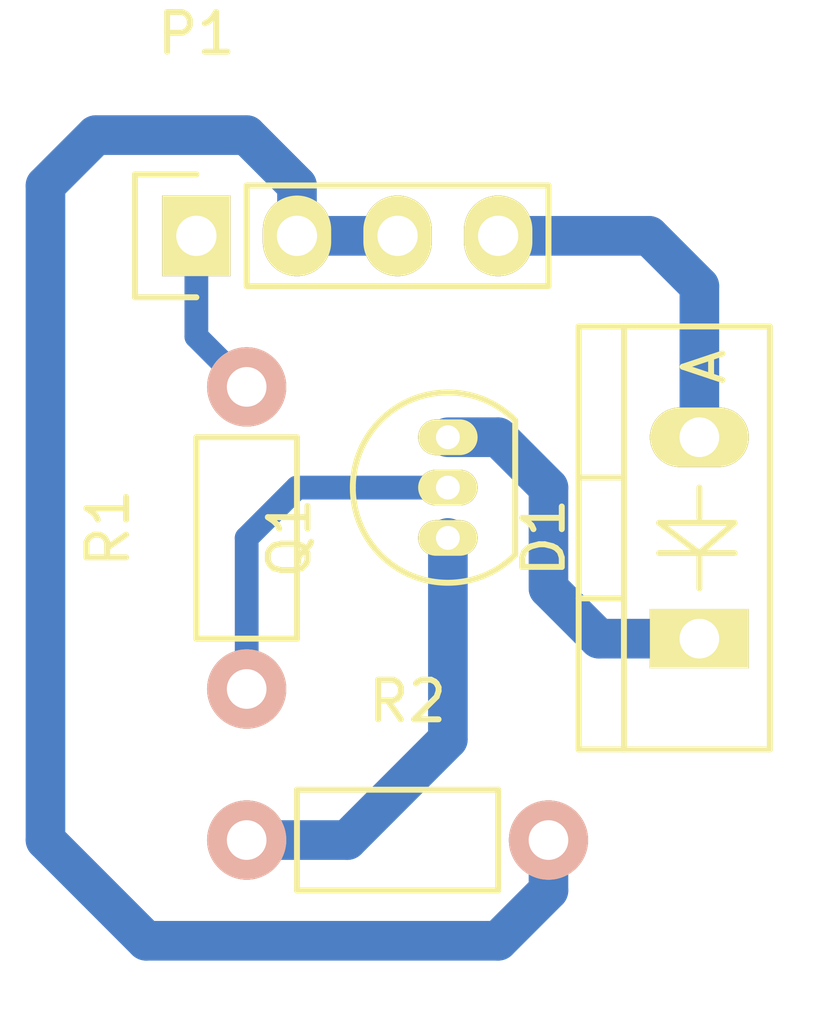
<source format=kicad_pcb>
(kicad_pcb (version 4) (host pcbnew 4.0.2+dfsg1-stable)

  (general
    (links 7)
    (no_connects 0)
    (area 152.321667 92.785 173.9101 119.135)
    (thickness 1.6)
    (drawings 0)
    (tracks 26)
    (zones 0)
    (modules 5)
    (nets 7)
  )

  (page A4)
  (layers
    (0 F.Cu signal)
    (31 B.Cu signal)
    (32 B.Adhes user)
    (33 F.Adhes user)
    (34 B.Paste user)
    (35 F.Paste user)
    (36 B.SilkS user)
    (37 F.SilkS user)
    (38 B.Mask user)
    (39 F.Mask user)
    (40 Dwgs.User user)
    (41 Cmts.User user)
    (42 Eco1.User user)
    (43 Eco2.User user)
    (44 Edge.Cuts user)
    (45 Margin user)
    (46 B.CrtYd user)
    (47 F.CrtYd user)
    (48 B.Fab user)
    (49 F.Fab user)
  )

  (setup
    (last_trace_width 0.6)
    (user_trace_width 0.6)
    (user_trace_width 1)
    (trace_clearance 0.25)
    (zone_clearance 0.508)
    (zone_45_only no)
    (trace_min 0.5)
    (segment_width 0.2)
    (edge_width 0.15)
    (via_size 0.6)
    (via_drill 0.4)
    (via_min_size 0.4)
    (via_min_drill 0.3)
    (uvia_size 0.3)
    (uvia_drill 0.1)
    (uvias_allowed no)
    (uvia_min_size 0.2)
    (uvia_min_drill 0.1)
    (pcb_text_width 0.3)
    (pcb_text_size 1.5 1.5)
    (mod_edge_width 0.15)
    (mod_text_size 1 1)
    (mod_text_width 0.15)
    (pad_size 1.524 1.524)
    (pad_drill 0.762)
    (pad_to_mask_clearance 0.2)
    (aux_axis_origin 0 0)
    (visible_elements FFFFFF7F)
    (pcbplotparams
      (layerselection 0x00030_80000001)
      (usegerberextensions false)
      (excludeedgelayer true)
      (linewidth 0.100000)
      (plotframeref false)
      (viasonmask false)
      (mode 1)
      (useauxorigin false)
      (hpglpennumber 1)
      (hpglpenspeed 20)
      (hpglpendiameter 15)
      (hpglpenoverlay 2)
      (psnegative false)
      (psa4output false)
      (plotreference true)
      (plotvalue true)
      (plotinvisibletext false)
      (padsonsilk false)
      (subtractmaskfromsilk false)
      (outputformat 1)
      (mirror false)
      (drillshape 1)
      (scaleselection 1)
      (outputdirectory ""))
  )

  (net 0 "")
  (net 1 "Net-(D1-Pad1)")
  (net 2 +5V)
  (net 3 GPIO)
  (net 4 GND)
  (net 5 "Net-(Q1-Pad2)")
  (net 6 "Net-(Q1-Pad1)")

  (net_class Default "This is the default net class."
    (clearance 0.25)
    (trace_width 1)
    (via_dia 0.6)
    (via_drill 0.4)
    (uvia_dia 0.3)
    (uvia_drill 0.1)
    (add_net +5V)
    (add_net GND)
    (add_net GPIO)
    (add_net "Net-(D1-Pad1)")
    (add_net "Net-(Q1-Pad1)")
    (add_net "Net-(Q1-Pad2)")
  )

  (module TO_SOT_Packages_THT:TO-92_Inline_Narrow_Oval (layer F.Cu) (tedit 54F24281) (tstamp 598F272F)
    (at 163.83 106.68 90)
    (descr "TO-92 leads in-line, narrow, oval pads, drill 0.6mm (see NXP sot054_po.pdf)")
    (tags "to-92 sc-43 sc-43a sot54 PA33 transistor")
    (path /598F19B4)
    (fp_text reference Q1 (at 0 -4 90) (layer F.SilkS)
      (effects (font (size 1 1) (thickness 0.15)))
    )
    (fp_text value PN2222A (at 0 3 90) (layer F.Fab)
      (effects (font (size 1 1) (thickness 0.15)))
    )
    (fp_line (start -1.4 1.95) (end -1.4 -2.65) (layer F.CrtYd) (width 0.05))
    (fp_line (start -1.4 1.95) (end 3.95 1.95) (layer F.CrtYd) (width 0.05))
    (fp_line (start -0.43 1.7) (end 2.97 1.7) (layer F.SilkS) (width 0.15))
    (fp_arc (start 1.27 0) (end 1.27 -2.4) (angle -135) (layer F.SilkS) (width 0.15))
    (fp_arc (start 1.27 0) (end 1.27 -2.4) (angle 135) (layer F.SilkS) (width 0.15))
    (fp_line (start -1.4 -2.65) (end 3.95 -2.65) (layer F.CrtYd) (width 0.05))
    (fp_line (start 3.95 1.95) (end 3.95 -2.65) (layer F.CrtYd) (width 0.05))
    (pad 2 thru_hole oval (at 1.27 0 270) (size 0.89916 1.50114) (drill 0.6) (layers *.Cu *.Mask F.SilkS)
      (net 5 "Net-(Q1-Pad2)"))
    (pad 3 thru_hole oval (at 2.54 0 270) (size 0.89916 1.50114) (drill 0.6) (layers *.Cu *.Mask F.SilkS)
      (net 1 "Net-(D1-Pad1)"))
    (pad 1 thru_hole oval (at 0 0 270) (size 0.89916 1.50114) (drill 0.6) (layers *.Cu *.Mask F.SilkS)
      (net 6 "Net-(Q1-Pad1)"))
    (model TO_SOT_Packages_THT.3dshapes/TO-92_Inline_Narrow_Oval.wrl
      (at (xyz 0.05 0 0))
      (scale (xyz 1 1 1))
      (rotate (xyz 0 0 -90))
    )
  )

  (module Diodes_ThroughHole:Diode_TO-220_Vertical (layer F.Cu) (tedit 5538AE5F) (tstamp 598F2720)
    (at 170.18 109.22 90)
    (descr "TO-220, Diode, Vertical,")
    (tags "TO-220, Diode, Vertical,")
    (path /598F1BB0)
    (fp_text reference D1 (at 2.54762 -3.92938 90) (layer F.SilkS)
      (effects (font (size 1 1) (thickness 0.15)))
    )
    (fp_text value "Laser diode" (at 2.0701 2.7051 90) (layer F.Fab)
      (effects (font (size 1 1) (thickness 0.15)))
    )
    (fp_text user A (at 6.858 0.127 90) (layer F.SilkS)
      (effects (font (size 1 1) (thickness 0.15)))
    )
    (fp_line (start 2.159 0) (end 1.27 0) (layer F.SilkS) (width 0.15))
    (fp_line (start 3.048 0) (end 3.81 0) (layer F.SilkS) (width 0.15))
    (fp_line (start 2.159 0) (end 2.921 -1.016) (layer F.SilkS) (width 0.15))
    (fp_line (start 2.921 -1.016) (end 2.921 0.889) (layer F.SilkS) (width 0.15))
    (fp_line (start 2.921 0.889) (end 2.159 0) (layer F.SilkS) (width 0.15))
    (fp_line (start 2.159 -1.016) (end 2.159 0.889) (layer F.SilkS) (width 0.15))
    (fp_line (start 1.016 -3.048) (end 1.016 -1.905) (layer F.SilkS) (width 0.15))
    (fp_line (start 4.064 -3.048) (end 4.064 -1.905) (layer F.SilkS) (width 0.15))
    (fp_line (start 7.874 -1.905) (end 7.874 1.778) (layer F.SilkS) (width 0.15))
    (fp_line (start 7.874 1.778) (end -2.794 1.778) (layer F.SilkS) (width 0.15))
    (fp_line (start -2.794 1.778) (end -2.794 -1.905) (layer F.SilkS) (width 0.15))
    (fp_line (start 7.874 -3.048) (end 7.874 -1.905) (layer F.SilkS) (width 0.15))
    (fp_line (start 7.874 -1.905) (end -2.794 -1.905) (layer F.SilkS) (width 0.15))
    (fp_line (start -2.794 -1.905) (end -2.794 -3.048) (layer F.SilkS) (width 0.15))
    (fp_line (start 2.54 -3.048) (end -2.794 -3.048) (layer F.SilkS) (width 0.15))
    (fp_line (start 2.54 -3.048) (end 7.874 -3.048) (layer F.SilkS) (width 0.15))
    (pad 1 thru_hole rect (at 0 0 180) (size 2.49936 1.50114) (drill 1.00076) (layers *.Cu *.Mask F.SilkS)
      (net 1 "Net-(D1-Pad1)"))
    (pad 2 thru_hole oval (at 5.08 0 180) (size 2.49936 1.50114) (drill 1.00076) (layers *.Cu *.Mask F.SilkS)
      (net 2 +5V))
    (model Diodes_ThroughHole.3dshapes/Diode_TO-220_Vertical.wrl
      (at (xyz 0.1 0 0))
      (scale (xyz 0.3937 0.3937 0.3937))
      (rotate (xyz 0 0 0))
    )
  )

  (module Socket_Strips:Socket_Strip_Straight_1x04 (layer F.Cu) (tedit 0) (tstamp 598F2728)
    (at 157.48 99.06)
    (descr "Through hole socket strip")
    (tags "socket strip")
    (path /598F2665)
    (fp_text reference P1 (at 0 -5.1) (layer F.SilkS)
      (effects (font (size 1 1) (thickness 0.15)))
    )
    (fp_text value CONN_01X04 (at 0 -3.1) (layer F.Fab)
      (effects (font (size 1 1) (thickness 0.15)))
    )
    (fp_line (start -1.75 -1.75) (end -1.75 1.75) (layer F.CrtYd) (width 0.05))
    (fp_line (start 9.4 -1.75) (end 9.4 1.75) (layer F.CrtYd) (width 0.05))
    (fp_line (start -1.75 -1.75) (end 9.4 -1.75) (layer F.CrtYd) (width 0.05))
    (fp_line (start -1.75 1.75) (end 9.4 1.75) (layer F.CrtYd) (width 0.05))
    (fp_line (start 1.27 -1.27) (end 8.89 -1.27) (layer F.SilkS) (width 0.15))
    (fp_line (start 1.27 1.27) (end 8.89 1.27) (layer F.SilkS) (width 0.15))
    (fp_line (start -1.55 1.55) (end 0 1.55) (layer F.SilkS) (width 0.15))
    (fp_line (start 8.89 -1.27) (end 8.89 1.27) (layer F.SilkS) (width 0.15))
    (fp_line (start 1.27 1.27) (end 1.27 -1.27) (layer F.SilkS) (width 0.15))
    (fp_line (start 0 -1.55) (end -1.55 -1.55) (layer F.SilkS) (width 0.15))
    (fp_line (start -1.55 -1.55) (end -1.55 1.55) (layer F.SilkS) (width 0.15))
    (pad 1 thru_hole rect (at 0 0) (size 1.7272 2.032) (drill 1.016) (layers *.Cu *.Mask F.SilkS)
      (net 3 GPIO))
    (pad 2 thru_hole oval (at 2.54 0) (size 1.7272 2.032) (drill 1.016) (layers *.Cu *.Mask F.SilkS)
      (net 4 GND))
    (pad 3 thru_hole oval (at 5.08 0) (size 1.7272 2.032) (drill 1.016) (layers *.Cu *.Mask F.SilkS)
      (net 4 GND))
    (pad 4 thru_hole oval (at 7.62 0) (size 1.7272 2.032) (drill 1.016) (layers *.Cu *.Mask F.SilkS)
      (net 2 +5V))
    (model Socket_Strips.3dshapes/Socket_Strip_Straight_1x04.wrl
      (at (xyz 0.15 0 0))
      (scale (xyz 1 1 1))
      (rotate (xyz 0 0 180))
    )
  )

  (module Resistors_ThroughHole:Resistor_Horizontal_RM7mm (layer F.Cu) (tedit 569FCF07) (tstamp 598F2735)
    (at 158.75 110.49 90)
    (descr "Resistor, Axial,  RM 7.62mm, 1/3W,")
    (tags "Resistor Axial RM 7.62mm 1/3W R3")
    (path /598F1A93)
    (fp_text reference R1 (at 4.05892 -3.50012 90) (layer F.SilkS)
      (effects (font (size 1 1) (thickness 0.15)))
    )
    (fp_text value 100 (at 3.81 3.81 90) (layer F.Fab)
      (effects (font (size 1 1) (thickness 0.15)))
    )
    (fp_line (start -1.25 -1.5) (end 8.85 -1.5) (layer F.CrtYd) (width 0.05))
    (fp_line (start -1.25 1.5) (end -1.25 -1.5) (layer F.CrtYd) (width 0.05))
    (fp_line (start 8.85 -1.5) (end 8.85 1.5) (layer F.CrtYd) (width 0.05))
    (fp_line (start -1.25 1.5) (end 8.85 1.5) (layer F.CrtYd) (width 0.05))
    (fp_line (start 1.27 -1.27) (end 6.35 -1.27) (layer F.SilkS) (width 0.15))
    (fp_line (start 6.35 -1.27) (end 6.35 1.27) (layer F.SilkS) (width 0.15))
    (fp_line (start 6.35 1.27) (end 1.27 1.27) (layer F.SilkS) (width 0.15))
    (fp_line (start 1.27 1.27) (end 1.27 -1.27) (layer F.SilkS) (width 0.15))
    (pad 1 thru_hole circle (at 0 0 90) (size 1.99898 1.99898) (drill 1.00076) (layers *.Cu *.SilkS *.Mask)
      (net 5 "Net-(Q1-Pad2)"))
    (pad 2 thru_hole circle (at 7.62 0 90) (size 1.99898 1.99898) (drill 1.00076) (layers *.Cu *.SilkS *.Mask)
      (net 3 GPIO))
  )

  (module Resistors_ThroughHole:Resistor_Horizontal_RM7mm (layer F.Cu) (tedit 569FCF07) (tstamp 598F273B)
    (at 158.75 114.3)
    (descr "Resistor, Axial,  RM 7.62mm, 1/3W,")
    (tags "Resistor Axial RM 7.62mm 1/3W R3")
    (path /598F1A70)
    (fp_text reference R2 (at 4.05892 -3.50012) (layer F.SilkS)
      (effects (font (size 1 1) (thickness 0.15)))
    )
    (fp_text value 10K (at 3.81 3.81) (layer F.Fab)
      (effects (font (size 1 1) (thickness 0.15)))
    )
    (fp_line (start -1.25 -1.5) (end 8.85 -1.5) (layer F.CrtYd) (width 0.05))
    (fp_line (start -1.25 1.5) (end -1.25 -1.5) (layer F.CrtYd) (width 0.05))
    (fp_line (start 8.85 -1.5) (end 8.85 1.5) (layer F.CrtYd) (width 0.05))
    (fp_line (start -1.25 1.5) (end 8.85 1.5) (layer F.CrtYd) (width 0.05))
    (fp_line (start 1.27 -1.27) (end 6.35 -1.27) (layer F.SilkS) (width 0.15))
    (fp_line (start 6.35 -1.27) (end 6.35 1.27) (layer F.SilkS) (width 0.15))
    (fp_line (start 6.35 1.27) (end 1.27 1.27) (layer F.SilkS) (width 0.15))
    (fp_line (start 1.27 1.27) (end 1.27 -1.27) (layer F.SilkS) (width 0.15))
    (pad 1 thru_hole circle (at 0 0) (size 1.99898 1.99898) (drill 1.00076) (layers *.Cu *.SilkS *.Mask)
      (net 6 "Net-(Q1-Pad1)"))
    (pad 2 thru_hole circle (at 7.62 0) (size 1.99898 1.99898) (drill 1.00076) (layers *.Cu *.SilkS *.Mask)
      (net 4 GND))
  )

  (segment (start 170.18 109.22) (end 167.64 109.22) (width 1) (layer B.Cu) (net 1))
  (segment (start 165.1 104.14) (end 163.83 104.14) (width 1) (layer B.Cu) (net 1) (tstamp 598F31EC))
  (segment (start 166.37 105.41) (end 165.1 104.14) (width 1) (layer B.Cu) (net 1) (tstamp 598F31E9))
  (segment (start 166.37 107.95) (end 166.37 105.41) (width 1) (layer B.Cu) (net 1) (tstamp 598F31E8))
  (segment (start 167.64 109.22) (end 166.37 107.95) (width 1) (layer B.Cu) (net 1) (tstamp 598F31E5))
  (segment (start 165.1 99.06) (end 168.91 99.06) (width 1) (layer B.Cu) (net 2))
  (segment (start 170.18 100.33) (end 170.18 104.14) (width 1) (layer B.Cu) (net 2) (tstamp 598F31DD))
  (segment (start 168.91 99.06) (end 170.18 100.33) (width 1) (layer B.Cu) (net 2) (tstamp 598F31DA))
  (segment (start 157.48 99.06) (end 157.48 101.6) (width 0.6) (layer B.Cu) (net 3))
  (segment (start 157.48 101.6) (end 158.75 102.87) (width 0.6) (layer B.Cu) (net 3) (tstamp 598F3194))
  (segment (start 160.02 99.06) (end 160.02 97.79) (width 1) (layer B.Cu) (net 4))
  (segment (start 166.37 115.57) (end 166.37 114.3) (width 1) (layer B.Cu) (net 4) (tstamp 598F31B9))
  (segment (start 165.1 116.84) (end 166.37 115.57) (width 1) (layer B.Cu) (net 4) (tstamp 598F31B7))
  (segment (start 156.21 116.84) (end 165.1 116.84) (width 1) (layer B.Cu) (net 4) (tstamp 598F31B6))
  (segment (start 153.67 114.3) (end 156.21 116.84) (width 1) (layer B.Cu) (net 4) (tstamp 598F31B4))
  (segment (start 153.67 97.79) (end 153.67 114.3) (width 1) (layer B.Cu) (net 4) (tstamp 598F31AF))
  (segment (start 154.94 96.52) (end 153.67 97.79) (width 1) (layer B.Cu) (net 4) (tstamp 598F31AB))
  (segment (start 158.75 96.52) (end 154.94 96.52) (width 1) (layer B.Cu) (net 4) (tstamp 598F31AA))
  (segment (start 160.02 97.79) (end 158.75 96.52) (width 1) (layer B.Cu) (net 4) (tstamp 598F31A7))
  (segment (start 160.02 99.06) (end 162.56 99.06) (width 1) (layer B.Cu) (net 4))
  (segment (start 158.75 110.49) (end 158.75 106.68) (width 0.6) (layer B.Cu) (net 5))
  (segment (start 160.02 105.41) (end 163.83 105.41) (width 0.6) (layer B.Cu) (net 5) (tstamp 598F320D))
  (segment (start 158.75 106.68) (end 160.02 105.41) (width 0.6) (layer B.Cu) (net 5) (tstamp 598F3207))
  (segment (start 163.83 106.68) (end 163.83 111.76) (width 1) (layer B.Cu) (net 6))
  (segment (start 161.29 114.3) (end 158.75 114.3) (width 1) (layer B.Cu) (net 6) (tstamp 598F31FD))
  (segment (start 163.83 111.76) (end 161.29 114.3) (width 1) (layer B.Cu) (net 6) (tstamp 598F31F9))

)

</source>
